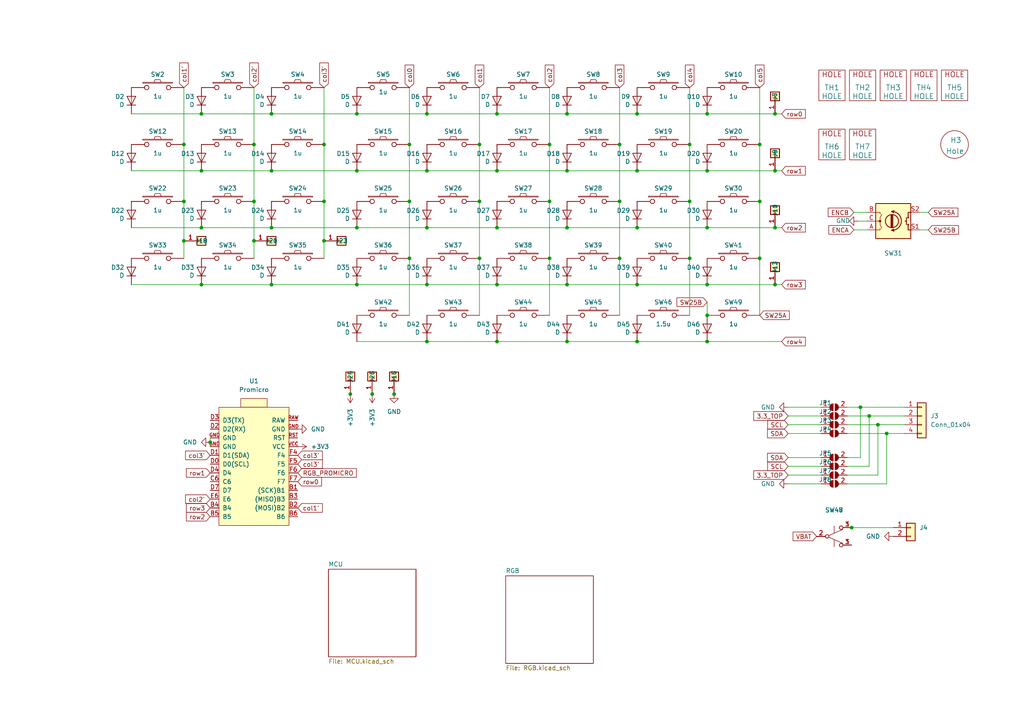
<source format=kicad_sch>
(kicad_sch (version 20220622) (generator eeschema)
  (paper "A4")
  (junction (at 184.785 66.04))
  (junction (at 257.175 125.73))
  (junction (at 107.95 114.3))
  (junction (at 179.705 74.93))
  (junction (at 220.345 41.91))
  (junction (at 249.555 118.11))
  (junction (at 252.095 120.65))
  (junction (at 224.79 49.53))
  (junction (at 164.465 82.55))
  (junction (at 123.825 99.06))
  (junction (at 144.145 82.55))
  (junction (at 93.98 69.85))
  (junction (at 184.785 49.53))
  (junction (at 103.505 82.55))
  (junction (at 58.42 82.55))
  (junction (at 118.745 41.91))
  (junction (at 205.105 33.02))
  (junction (at 205.105 91.44))
  (junction (at 78.74 82.55))
  (junction (at 164.465 49.53))
  (junction (at 224.79 33.02))
  (junction (at 53.34 69.85))
  (junction (at 103.505 33.02))
  (junction (at 159.385 41.91))
  (junction (at 118.745 74.93))
  (junction (at 184.785 33.02))
  (junction (at 60.96 128.27))
  (junction (at 200.025 74.93))
  (junction (at 78.74 66.04))
  (junction (at 164.465 66.04))
  (junction (at 73.66 58.42))
  (junction (at 205.105 82.55))
  (junction (at 103.505 49.53))
  (junction (at 224.79 66.04))
  (junction (at 139.065 41.91))
  (junction (at 93.98 41.91))
  (junction (at 118.745 58.42))
  (junction (at 114.3 114.3))
  (junction (at 200.025 58.42))
  (junction (at 179.705 58.42))
  (junction (at 58.42 33.02))
  (junction (at 254.635 123.19))
  (junction (at 144.145 66.04))
  (junction (at 58.42 49.53))
  (junction (at 200.025 41.91))
  (junction (at 73.66 41.91))
  (junction (at 179.705 41.91))
  (junction (at 58.42 66.04))
  (junction (at 139.065 74.93))
  (junction (at 53.34 41.91))
  (junction (at 224.79 82.55))
  (junction (at 123.825 66.04))
  (junction (at 101.6 114.3))
  (junction (at 123.825 49.53))
  (junction (at 73.66 69.85))
  (junction (at 78.74 33.02))
  (junction (at 220.345 58.42))
  (junction (at 123.825 33.02))
  (junction (at 164.465 33.02))
  (junction (at 139.065 58.42))
  (junction (at 159.385 74.93))
  (junction (at 93.98 58.42))
  (junction (at 78.74 49.53))
  (junction (at 103.505 66.04))
  (junction (at 144.145 49.53))
  (junction (at 247.015 153.035))
  (junction (at 220.345 74.93))
  (junction (at 205.105 99.06))
  (junction (at 123.825 82.55))
  (junction (at 144.145 99.06))
  (junction (at 184.785 82.55))
  (junction (at 205.105 49.53))
  (junction (at 205.105 66.04))
  (junction (at 144.145 33.02))
  (junction (at 159.385 58.42))
  (junction (at 164.465 99.06))
  (junction (at 53.34 58.42))
  (junction (at 184.785 99.06))
  (wire (pts (xy 224.79 33.02) (xy 226.695 33.02)))
  (wire (pts (xy 228.6 118.11) (xy 238.125 118.11)))
  (wire (pts (xy 228.6 132.715) (xy 238.125 132.715)))
  (wire (pts (xy 78.74 66.04) (xy 58.42 66.04)))
  (wire (pts (xy 228.6 135.255) (xy 238.125 135.255)))
  (wire (pts (xy 228.6 125.73) (xy 238.125 125.73)))
  (wire (pts (xy 93.98 58.42) (xy 93.98 69.85)))
  (wire (pts (xy 78.74 33.02) (xy 58.42 33.02)))
  (wire (pts (xy 226.695 99.06) (xy 205.105 99.06)))
  (wire (pts (xy 123.825 66.04) (xy 103.505 66.04)))
  (wire (pts (xy 123.825 99.06) (xy 103.505 99.06)))
  (wire (pts (xy 164.465 66.04) (xy 144.145 66.04)))
  (wire (pts (xy 247.015 153.035) (xy 259.08 153.035)))
  (wire (pts (xy 205.105 87.63) (xy 205.105 91.44)))
  (wire (pts (xy 228.6 140.335) (xy 238.125 140.335)))
  (wire (pts (xy 245.745 137.795) (xy 254.635 137.795)))
  (wire (pts (xy 205.105 99.06) (xy 184.785 99.06)))
  (wire (pts (xy 184.785 66.04) (xy 164.465 66.04)))
  (wire (pts (xy 200.025 25.4) (xy 200.025 41.91)))
  (wire (pts (xy 78.74 49.53) (xy 103.505 49.53)))
  (wire (pts (xy 93.98 25.4) (xy 93.98 41.91)))
  (wire (pts (xy 257.175 140.335) (xy 257.175 125.73)))
  (wire (pts (xy 78.74 82.55) (xy 103.505 82.55)))
  (wire (pts (xy 252.095 135.255) (xy 252.095 120.65)))
  (wire (pts (xy 159.385 58.42) (xy 159.385 74.93)))
  (wire (pts (xy 53.34 74.93) (xy 53.34 69.85)))
  (wire (pts (xy 224.79 66.04) (xy 226.695 66.04)))
  (wire (pts (xy 159.385 74.93) (xy 159.385 91.44)))
  (wire (pts (xy 123.825 33.02) (xy 144.145 33.02)))
  (wire (pts (xy 93.98 41.91) (xy 93.98 58.42)))
  (wire (pts (xy 220.345 41.91) (xy 220.345 58.42)))
  (wire (pts (xy 266.7 66.675) (xy 269.24 66.675)))
  (wire (pts (xy 144.145 99.06) (xy 123.825 99.06)))
  (wire (pts (xy 139.065 25.4) (xy 139.065 41.91)))
  (wire (pts (xy 78.74 49.53) (xy 58.42 49.53)))
  (wire (pts (xy 184.785 33.02) (xy 205.105 33.02)))
  (wire (pts (xy 184.785 33.02) (xy 164.465 33.02)))
  (wire (pts (xy 73.66 41.91) (xy 73.66 58.42)))
  (wire (pts (xy 245.745 123.19) (xy 254.635 123.19)))
  (wire (pts (xy 38.1 33.02) (xy 58.42 33.02)))
  (wire (pts (xy 118.745 58.42) (xy 118.745 41.91)))
  (wire (pts (xy 164.465 49.53) (xy 144.145 49.53)))
  (wire (pts (xy 179.705 41.91) (xy 179.705 58.42)))
  (wire (pts (xy 254.635 137.795) (xy 254.635 123.19)))
  (wire (pts (xy 257.175 125.73) (xy 262.255 125.73)))
  (wire (pts (xy 220.345 74.93) (xy 220.345 91.44)))
  (wire (pts (xy 205.105 82.55) (xy 224.79 82.55)))
  (wire (pts (xy 123.825 33.02) (xy 103.505 33.02)))
  (wire (pts (xy 139.065 74.93) (xy 139.065 58.42)))
  (wire (pts (xy 144.145 49.53) (xy 123.825 49.53)))
  (wire (pts (xy 266.7 61.595) (xy 269.24 61.595)))
  (wire (pts (xy 249.555 118.11) (xy 262.255 118.11)))
  (wire (pts (xy 245.745 118.11) (xy 249.555 118.11)))
  (wire (pts (xy 245.745 140.335) (xy 257.175 140.335)))
  (wire (pts (xy 245.745 120.65) (xy 252.095 120.65)))
  (wire (pts (xy 118.745 58.42) (xy 118.745 74.93)))
  (wire (pts (xy 184.785 66.04) (xy 205.105 66.04)))
  (wire (pts (xy 245.745 132.715) (xy 249.555 132.715)))
  (wire (pts (xy 184.785 82.55) (xy 205.105 82.55)))
  (wire (pts (xy 205.105 66.04) (xy 224.79 66.04)))
  (wire (pts (xy 224.79 49.53) (xy 226.695 49.53)))
  (wire (pts (xy 247.65 66.675) (xy 251.46 66.675)))
  (wire (pts (xy 205.105 49.53) (xy 224.79 49.53)))
  (wire (pts (xy 252.095 120.65) (xy 262.255 120.65)))
  (wire (pts (xy 179.705 25.4) (xy 179.705 41.91)))
  (wire (pts (xy 78.74 66.04) (xy 103.505 66.04)))
  (wire (pts (xy 228.6 120.65) (xy 238.125 120.65)))
  (wire (pts (xy 184.785 99.06) (xy 164.465 99.06)))
  (wire (pts (xy 93.98 69.85) (xy 93.98 74.93)))
  (wire (pts (xy 58.42 82.55) (xy 38.1 82.55)))
  (wire (pts (xy 245.745 135.255) (xy 252.095 135.255)))
  (wire (pts (xy 200.025 41.91) (xy 200.025 58.42)))
  (wire (pts (xy 205.105 33.02) (xy 224.79 33.02)))
  (wire (pts (xy 144.145 66.04) (xy 123.825 66.04)))
  (wire (pts (xy 200.025 58.42) (xy 200.025 74.93)))
  (wire (pts (xy 179.705 58.42) (xy 179.705 74.93)))
  (wire (pts (xy 224.79 82.55) (xy 226.695 82.55)))
  (wire (pts (xy 159.385 41.91) (xy 159.385 58.42)))
  (wire (pts (xy 164.465 33.02) (xy 144.145 33.02)))
  (wire (pts (xy 144.145 82.55) (xy 123.825 82.55)))
  (wire (pts (xy 254.635 123.19) (xy 262.255 123.19)))
  (wire (pts (xy 53.34 41.91) (xy 53.34 58.42)))
  (wire (pts (xy 58.42 49.53) (xy 38.1 49.53)))
  (wire (pts (xy 73.66 69.85) (xy 73.66 74.93)))
  (wire (pts (xy 139.065 41.91) (xy 139.065 58.42)))
  (wire (pts (xy 228.6 137.795) (xy 238.125 137.795)))
  (wire (pts (xy 159.385 25.4) (xy 159.385 41.91)))
  (wire (pts (xy 220.345 58.42) (xy 220.345 74.93)))
  (wire (pts (xy 228.6 123.19) (xy 238.125 123.19)))
  (wire (pts (xy 220.345 25.4) (xy 220.345 41.91)))
  (wire (pts (xy 164.465 99.06) (xy 144.145 99.06)))
  (wire (pts (xy 123.825 49.53) (xy 103.505 49.53)))
  (wire (pts (xy 60.96 128.27) (xy 60.96 129.54)))
  (wire (pts (xy 247.65 61.595) (xy 251.46 61.595)))
  (wire (pts (xy 249.555 132.715) (xy 249.555 118.11)))
  (wire (pts (xy 139.065 74.93) (xy 139.065 91.44)))
  (wire (pts (xy 164.465 82.55) (xy 144.145 82.55)))
  (wire (pts (xy 179.705 74.93) (xy 179.705 91.44)))
  (wire (pts (xy 53.34 25.4) (xy 53.34 41.91)))
  (wire (pts (xy 78.74 33.02) (xy 103.505 33.02)))
  (wire (pts (xy 73.66 25.4) (xy 73.66 41.91)))
  (wire (pts (xy 53.34 69.85) (xy 53.34 58.42)))
  (wire (pts (xy 184.785 49.53) (xy 164.465 49.53)))
  (wire (pts (xy 60.96 127) (xy 60.96 128.27)))
  (wire (pts (xy 200.025 74.93) (xy 200.025 91.44)))
  (wire (pts (xy 184.785 82.55) (xy 164.465 82.55)))
  (wire (pts (xy 118.745 74.93) (xy 118.745 91.44)))
  (wire (pts (xy 118.745 41.91) (xy 118.745 25.4)))
  (wire (pts (xy 245.745 125.73) (xy 257.175 125.73)))
  (wire (pts (xy 58.42 66.04) (xy 38.1 66.04)))
  (wire (pts (xy 251.46 64.135) (xy 248.92 64.135)))
  (wire (pts (xy 123.825 82.55) (xy 103.505 82.55)))
  (wire (pts (xy 184.785 49.53) (xy 205.105 49.53)))
  (wire (pts (xy 73.66 58.42) (xy 73.66 69.85)))
  (wire (pts (xy 78.74 82.55) (xy 58.42 82.55)))
  (global_label "ENCA" (shape input) (at 247.65 66.675 180) (property "Intersheet References" "${INTERSHEET_REFS}" (effects hide)))
  (global_label "3.3_TOP" (shape input) (at 228.6 120.65 180) (property "Intersheet References" "${INTERSHEET_REFS}" (effects hide)))
  (global_label "col2'" (shape input) (at 60.96 144.78 180) (property "Intersheet References" "${INTERSHEET_REFS}" (effects hide)))
  (global_label "RGB_PROMICRO" (shape input) (at 86.36 137.16 0) (property "Intersheet References" "${INTERSHEET_REFS}" (effects hide)))
  (global_label "SW25B" (shape input) (at 269.24 66.675 0) (property "Intersheet References" "${INTERSHEET_REFS}" (effects hide)))
  (global_label "SW25A" (shape input) (at 220.345 91.44 0) (property "Intersheet References" "${INTERSHEET_REFS}" (effects hide)))
  (global_label "row3" (shape input) (at 60.96 147.32 180) (property "Intersheet References" "${INTERSHEET_REFS}" (effects hide)))
  (global_label "SCL" (shape input) (at 228.6 123.19 180) (property "Intersheet References" "${INTERSHEET_REFS}" (effects hide)))
  (global_label "col3'" (shape input) (at 60.96 132.08 180) (property "Intersheet References" "${INTERSHEET_REFS}" (effects hide)))
  (global_label "VBAT" (shape input) (at 236.855 155.575 180) (property "Intersheet References" "${INTERSHEET_REFS}" (effects hide)))
  (global_label "col1'" (shape input) (at 86.36 147.32 0) (property "Intersheet References" "${INTERSHEET_REFS}" (effects hide)))
  (global_label "ENCB" (shape input) (at 247.65 61.595 180) (property "Intersheet References" "${INTERSHEET_REFS}" (effects hide)))
  (global_label "col2'" (shape input) (at 73.66 25.4 90) (property "Intersheet References" "${INTERSHEET_REFS}" (effects hide)))
  (global_label "col4" (shape input) (at 200.025 25.4 90) (property "Intersheet References" "${INTERSHEET_REFS}" (effects hide)))
  (global_label "SCL" (shape input) (at 228.6 135.255 180) (property "Intersheet References" "${INTERSHEET_REFS}" (effects hide)))
  (global_label "SW25A" (shape input) (at 269.24 61.595 0) (property "Intersheet References" "${INTERSHEET_REFS}" (effects hide)))
  (global_label "row2" (shape input) (at 60.96 149.86 180) (property "Intersheet References" "${INTERSHEET_REFS}" (effects hide)))
  (global_label "col2" (shape input) (at 159.385 25.4 90) (property "Intersheet References" "${INTERSHEET_REFS}" (effects hide)))
  (global_label "SDA" (shape input) (at 228.6 132.715 180) (property "Intersheet References" "${INTERSHEET_REFS}" (effects hide)))
  (global_label "3.3_TOP" (shape input) (at 228.6 137.795 180) (property "Intersheet References" "${INTERSHEET_REFS}" (effects hide)))
  (global_label "row3" (shape input) (at 226.695 82.55 0) (property "Intersheet References" "${INTERSHEET_REFS}" (effects hide)))
  (global_label "row0" (shape input) (at 226.695 33.02 0) (property "Intersheet References" "${INTERSHEET_REFS}" (effects hide)))
  (global_label "row4" (shape input) (at 226.695 99.06 0) (property "Intersheet References" "${INTERSHEET_REFS}" (effects hide)))
  (global_label "col5" (shape input) (at 220.345 25.4 90) (property "Intersheet References" "${INTERSHEET_REFS}" (effects hide)))
  (global_label "SW25B" (shape input) (at 205.105 87.63 180) (property "Intersheet References" "${INTERSHEET_REFS}" (effects hide)))
  (global_label "row2" (shape input) (at 226.695 66.04 0) (property "Intersheet References" "${INTERSHEET_REFS}" (effects hide)))
  (global_label "col0" (shape input) (at 118.745 25.4 90) (property "Intersheet References" "${INTERSHEET_REFS}" (effects hide)))
  (global_label "col3'" (shape input) (at 86.36 134.62 0) (property "Intersheet References" "${INTERSHEET_REFS}" (effects hide)))
  (global_label "col3" (shape input) (at 179.705 25.4 90) (property "Intersheet References" "${INTERSHEET_REFS}" (effects hide)))
  (global_label "col3'" (shape input) (at 93.98 25.4 90) (property "Intersheet References" "${INTERSHEET_REFS}" (effects hide)))
  (global_label "row0" (shape input) (at 86.36 139.7 0) (property "Intersheet References" "${INTERSHEET_REFS}" (effects hide)))
  (global_label "col1" (shape input) (at 139.065 25.4 90) (property "Intersheet References" "${INTERSHEET_REFS}" (effects hide)))
  (global_label "col1'" (shape input) (at 53.34 25.4 90) (property "Intersheet References" "${INTERSHEET_REFS}" (effects hide)))
  (global_label "row1" (shape input) (at 226.695 49.53 0) (property "Intersheet References" "${INTERSHEET_REFS}" (effects hide)))
  (global_label "SDA" (shape input) (at 228.6 125.73 180) (property "Intersheet References" "${INTERSHEET_REFS}" (effects hide)))
  (global_label "row1" (shape input) (at 60.96 137.16 180) (property "Intersheet References" "${INTERSHEET_REFS}" (effects hide)))
  (global_label "col3'" (shape input) (at 86.36 132.08 0) (property "Intersheet References" "${INTERSHEET_REFS}" (effects hide)))
  (symbol (lib_id "SofleKeyboard-rescue:SW_PUSH-Lily58-cache-Lily58_Pro-rescue") (at 192.405 91.44 0) (mirror y) (unit 1)
    (default_instance (reference "U") (unit 1) (value "") (footprint ""))
    (property "Reference" "SW46" (at 192.405 87.63 0))
    (property "Value" "1.5u" (at 192.405 93.98 0))
    (property "Footprint" "Library:SW-HS_flip-1u" (effects hide))
  )
  (symbol (lib_id "SofleKeyboard-rescue:SW_PUSH-Lily58-cache-Lily58_Pro-rescue") (at 212.725 25.4 0) (mirror y) (unit 1)
    (default_instance (reference "U") (unit 1) (value "") (footprint ""))
    (property "Reference" "SW10" (at 212.725 21.59 0))
    (property "Value" "1u" (at 212.725 27.94 0))
    (property "Footprint" "Library:SW-HS_flip-1u" (effects hide))
  )
  (symbol (lib_id "SofleKeyboard-rescue:D-Lily58-cache-Lily58_Pro-rescue") (at 205.105 29.21 270) (mirror x) (unit 1)
    (default_instance (reference "U") (unit 1) (value "") (footprint ""))
    (property "Reference" "D10" (at 203.0984 28.0416 90) (effects (justify right)))
    (property "Value" "D" (at 203.0984 30.353 90) (effects (justify right)))
    (property "Footprint" "Library:Diode" (effects hide))
  )
  (symbol (lib_id "SofleKeyboard-rescue:SW_PUSH-Lily58-cache-Lily58_Pro-rescue") (at 192.405 25.4 0) (mirror y) (unit 1)
    (default_instance (reference "U") (unit 1) (value "") (footprint ""))
    (property "Reference" "SW9" (at 192.405 21.59 0))
    (property "Value" "1u" (at 192.405 27.94 0))
    (property "Footprint" "Library:SW-HS_flip-1u" (effects hide))
  )
  (symbol (lib_id "SofleKeyboard-rescue:D-Lily58-cache-Lily58_Pro-rescue") (at 184.785 29.21 270) (mirror x) (unit 1)
    (default_instance (reference "U") (unit 1) (value "") (footprint ""))
    (property "Reference" "D9" (at 182.7784 28.0416 90) (effects (justify right)))
    (property "Value" "D" (at 182.7784 30.353 90) (effects (justify right)))
    (property "Footprint" "Library:Diode" (effects hide))
  )
  (symbol (lib_id "SofleKeyboard-rescue:SW_PUSH-Lily58-cache-Lily58_Pro-rescue") (at 172.085 25.4 0) (mirror y) (unit 1)
    (default_instance (reference "U") (unit 1) (value "") (footprint ""))
    (property "Reference" "SW8" (at 172.085 21.59 0))
    (property "Value" "1u" (at 172.085 27.94 0))
    (property "Footprint" "Library:SW-HS_flip-1u" (effects hide))
  )
  (symbol (lib_id "SofleKeyboard-rescue:D-Lily58-cache-Lily58_Pro-rescue") (at 164.465 29.21 270) (mirror x) (unit 1)
    (default_instance (reference "U") (unit 1) (value "") (footprint ""))
    (property "Reference" "D8" (at 162.4584 28.0416 90) (effects (justify right)))
    (property "Value" "D" (at 162.4584 30.353 90) (effects (justify right)))
    (property "Footprint" "Library:Diode" (effects hide))
  )
  (symbol (lib_id "SofleKeyboard-rescue:SW_PUSH-Lily58-cache-Lily58_Pro-rescue") (at 151.765 25.4 0) (mirror y) (unit 1)
    (default_instance (reference "U") (unit 1) (value "") (footprint ""))
    (property "Reference" "SW7" (at 151.765 21.59 0))
    (property "Value" "1u" (at 151.765 27.94 0))
    (property "Footprint" "Library:SW-HS_flip-1u" (effects hide))
  )
  (symbol (lib_id "SofleKeyboard-rescue:D-Lily58-cache-Lily58_Pro-rescue") (at 144.145 29.21 270) (mirror x) (unit 1)
    (default_instance (reference "U") (unit 1) (value "") (footprint ""))
    (property "Reference" "D7" (at 142.1384 28.0416 90) (effects (justify right)))
    (property "Value" "D" (at 142.1384 30.353 90) (effects (justify right)))
    (property "Footprint" "Library:Diode" (effects hide))
  )
  (symbol (lib_id "SofleKeyboard-rescue:SW_PUSH-Lily58-cache-Lily58_Pro-rescue") (at 131.445 25.4 0) (unit 1)
    (default_instance (reference "U") (unit 1) (value "") (footprint ""))
    (property "Reference" "SW6" (at 131.445 21.59 0))
    (property "Value" "1u" (at 131.445 27.94 0))
    (property "Footprint" "Library:SW-HS_flip-1u" (effects hide))
  )
  (symbol (lib_id "SofleKeyboard-rescue:D-Lily58-cache-Lily58_Pro-rescue") (at 123.825 29.21 270) (mirror x) (unit 1)
    (default_instance (reference "U") (unit 1) (value "") (footprint ""))
    (property "Reference" "D6" (at 121.8184 28.0416 90) (effects (justify right)))
    (property "Value" "D" (at 121.8184 30.353 90) (effects (justify right)))
    (property "Footprint" "Library:Diode" (effects hide))
  )
  (symbol (lib_id "SofleKeyboard-rescue:SW_PUSH-Lily58-cache-Lily58_Pro-rescue") (at 111.125 25.4 0) (mirror y) (unit 1)
    (default_instance (reference "U") (unit 1) (value "") (footprint ""))
    (property "Reference" "SW5" (at 111.125 21.59 0))
    (property "Value" "1u" (at 111.125 26.67 0))
    (property "Footprint" "Library:SW-HS_flip-1u" (effects hide))
  )
  (symbol (lib_id "SofleKeyboard-rescue:D-Lily58-cache-Lily58_Pro-rescue") (at 103.505 29.21 270) (mirror x) (unit 1)
    (default_instance (reference "U") (unit 1) (value "") (footprint ""))
    (property "Reference" "D5" (at 101.4984 28.0416 90) (effects (justify right)))
    (property "Value" "D" (at 101.4984 30.353 90) (effects (justify right)))
    (property "Footprint" "Library:Diode" (effects hide))
  )
  (symbol (lib_id "SofleKeyboard-rescue:SW_PUSH-Lily58-cache-Lily58_Pro-rescue") (at 192.405 41.91 0) (mirror y) (unit 1)
    (default_instance (reference "U") (unit 1) (value "") (footprint ""))
    (property "Reference" "SW19" (at 192.405 38.1 0))
    (property "Value" "1u" (at 192.405 44.45 0))
    (property "Footprint" "Library:SW-HS_flip-1u" (effects hide))
  )
  (symbol (lib_id "SofleKeyboard-rescue:SW_PUSH-Lily58-cache-Lily58_Pro-rescue") (at 172.085 41.91 0) (mirror y) (unit 1)
    (default_instance (reference "U") (unit 1) (value "") (footprint ""))
    (property "Reference" "SW18" (at 172.085 38.1 0))
    (property "Value" "1u" (at 172.085 44.45 0))
    (property "Footprint" "Library:SW-HS_flip-1u" (effects hide))
  )
  (symbol (lib_id "SofleKeyboard-rescue:SW_PUSH-Lily58-cache-Lily58_Pro-rescue") (at 151.765 41.91 0) (mirror y) (unit 1)
    (default_instance (reference "U") (unit 1) (value "") (footprint ""))
    (property "Reference" "SW17" (at 151.765 38.1 0))
    (property "Value" "1u" (at 151.765 44.45 0))
    (property "Footprint" "Library:SW-HS_flip-1u" (effects hide))
  )
  (symbol (lib_id "SofleKeyboard-rescue:SW_PUSH-Lily58-cache-Lily58_Pro-rescue") (at 131.445 41.91 0) (unit 1)
    (default_instance (reference "U") (unit 1) (value "") (footprint ""))
    (property "Reference" "SW16" (at 131.445 38.1 0))
    (property "Value" "1u" (at 131.445 44.45 0))
    (property "Footprint" "Library:SW-HS_flip-1u" (effects hide))
  )
  (symbol (lib_id "SofleKeyboard-rescue:SW_PUSH-Lily58-cache-Lily58_Pro-rescue") (at 111.125 41.91 0) (mirror y) (unit 1)
    (default_instance (reference "U") (unit 1) (value "") (footprint ""))
    (property "Reference" "SW15" (at 111.125 38.1 0))
    (property "Value" "1u" (at 111.125 44.45 0))
    (property "Footprint" "Library:SW-HS_flip-1u" (effects hide))
  )
  (symbol (lib_id "SofleKeyboard-rescue:SW_PUSH-Lily58-cache-Lily58_Pro-rescue") (at 212.725 41.91 0) (mirror y) (unit 1)
    (default_instance (reference "U") (unit 1) (value "") (footprint ""))
    (property "Reference" "SW20" (at 212.725 38.1 0))
    (property "Value" "1u" (at 212.725 44.45 0))
    (property "Footprint" "Library:SW-HS_flip-1u" (effects hide))
  )
  (symbol (lib_id "SofleKeyboard-rescue:D-Lily58-cache-Lily58_Pro-rescue") (at 205.105 45.72 270) (mirror x) (unit 1)
    (default_instance (reference "U") (unit 1) (value "") (footprint ""))
    (property "Reference" "D20" (at 203.0984 44.5516 90) (effects (justify right)))
    (property "Value" "D" (at 203.0984 46.863 90) (effects (justify right)))
    (property "Footprint" "Library:Diode" (effects hide))
  )
  (symbol (lib_id "SofleKeyboard-rescue:D-Lily58-cache-Lily58_Pro-rescue") (at 184.785 45.72 270) (mirror x) (unit 1)
    (default_instance (reference "U") (unit 1) (value "") (footprint ""))
    (property "Reference" "D19" (at 182.7784 44.5516 90) (effects (justify right)))
    (property "Value" "D" (at 182.7784 46.863 90) (effects (justify right)))
    (property "Footprint" "Library:Diode" (effects hide))
  )
  (symbol (lib_id "SofleKeyboard-rescue:D-Lily58-cache-Lily58_Pro-rescue") (at 164.465 45.72 270) (mirror x) (unit 1)
    (default_instance (reference "U") (unit 1) (value "") (footprint ""))
    (property "Reference" "D18" (at 162.4584 44.5516 90) (effects (justify right)))
    (property "Value" "D" (at 162.4584 46.863 90) (effects (justify right)))
    (property "Footprint" "Library:Diode" (effects hide))
  )
  (symbol (lib_id "SofleKeyboard-rescue:D-Lily58-cache-Lily58_Pro-rescue") (at 144.145 45.72 270) (mirror x) (unit 1)
    (default_instance (reference "U") (unit 1) (value "") (footprint ""))
    (property "Reference" "D17" (at 142.1384 44.5516 90) (effects (justify right)))
    (property "Value" "D" (at 142.1384 46.863 90) (effects (justify right)))
    (property "Footprint" "Library:Diode" (effects hide))
  )
  (symbol (lib_id "SofleKeyboard-rescue:D-Lily58-cache-Lily58_Pro-rescue") (at 123.825 45.72 270) (mirror x) (unit 1)
    (default_instance (reference "U") (unit 1) (value "") (footprint ""))
    (property "Reference" "D16" (at 121.8184 44.5516 90) (effects (justify right)))
    (property "Value" "D" (at 121.8184 46.863 90) (effects (justify right)))
    (property "Footprint" "Library:Diode" (effects hide))
  )
  (symbol (lib_id "SofleKeyboard-rescue:D-Lily58-cache-Lily58_Pro-rescue") (at 103.505 45.72 270) (mirror x) (unit 1)
    (default_instance (reference "U") (unit 1) (value "") (footprint ""))
    (property "Reference" "D15" (at 101.4984 44.5516 90) (effects (justify right)))
    (property "Value" "D" (at 101.4984 46.863 90) (effects (justify right)))
    (property "Footprint" "Library:Diode" (effects hide))
  )
  (symbol (lib_id "SofleKeyboard-rescue:SW_PUSH-Lily58-cache-Lily58_Pro-rescue") (at 212.725 58.42 0) (mirror y) (unit 1)
    (default_instance (reference "U") (unit 1) (value "") (footprint ""))
    (property "Reference" "SW30" (at 212.725 54.61 0))
    (property "Value" "1u" (at 212.725 60.96 0))
    (property "Footprint" "Library:SW-HS_flip-1u" (effects hide))
  )
  (symbol (lib_id "SofleKeyboard-rescue:SW_PUSH-Lily58-cache-Lily58_Pro-rescue") (at 192.405 58.42 0) (mirror y) (unit 1)
    (default_instance (reference "U") (unit 1) (value "") (footprint ""))
    (property "Reference" "SW29" (at 192.405 54.61 0))
    (property "Value" "1u" (at 192.405 60.96 0))
    (property "Footprint" "Library:SW-HS_flip-1u" (effects hide))
  )
  (symbol (lib_id "SofleKeyboard-rescue:SW_PUSH-Lily58-cache-Lily58_Pro-rescue") (at 172.085 58.42 0) (mirror y) (unit 1)
    (default_instance (reference "U") (unit 1) (value "") (footprint ""))
    (property "Reference" "SW28" (at 172.085 54.61 0))
    (property "Value" "1u" (at 172.085 60.96 0))
    (property "Footprint" "Library:SW-HS_flip-1u" (effects hide))
  )
  (symbol (lib_id "SofleKeyboard-rescue:SW_PUSH-Lily58-cache-Lily58_Pro-rescue") (at 151.765 58.42 0) (mirror y) (unit 1)
    (default_instance (reference "U") (unit 1) (value "") (footprint ""))
    (property "Reference" "SW27" (at 151.765 54.61 0))
    (property "Value" "1u" (at 151.765 60.96 0))
    (property "Footprint" "Library:SW-HS_flip-1u" (effects hide))
  )
  (symbol (lib_id "SofleKeyboard-rescue:SW_PUSH-Lily58-cache-Lily58_Pro-rescue") (at 131.445 58.42 0) (unit 1)
    (default_instance (reference "U") (unit 1) (value "") (footprint ""))
    (property "Reference" "SW26" (at 131.445 54.61 0))
    (property "Value" "1u" (at 131.445 60.96 0))
    (property "Footprint" "Library:SW-HS_flip-1u" (effects hide))
  )
  (symbol (lib_id "SofleKeyboard-rescue:SW_PUSH-Lily58-cache-Lily58_Pro-rescue") (at 111.125 58.42 0) (mirror y) (unit 1)
    (default_instance (reference "U") (unit 1) (value "") (footprint ""))
    (property "Reference" "SW25" (at 111.125 54.61 0))
    (property "Value" "1u" (at 111.125 60.96 0))
    (property "Footprint" "Library:SW-HS_flip-1u" (effects hide))
  )
  (symbol (lib_id "SofleKeyboard-rescue:D-Lily58-cache-Lily58_Pro-rescue") (at 205.105 62.23 270) (mirror x) (unit 1)
    (default_instance (reference "U") (unit 1) (value "") (footprint ""))
    (property "Reference" "D30" (at 203.0984 61.0616 90) (effects (justify right)))
    (property "Value" "D" (at 203.0984 63.373 90) (effects (justify right)))
    (property "Footprint" "Library:Diode" (effects hide))
  )
  (symbol (lib_id "SofleKeyboard-rescue:D-Lily58-cache-Lily58_Pro-rescue") (at 184.785 62.23 270) (mirror x) (unit 1)
    (default_instance (reference "U") (unit 1) (value "") (footprint ""))
    (property "Reference" "D29" (at 182.7784 61.0616 90) (effects (justify right)))
    (property "Value" "D" (at 182.7784 63.373 90) (effects (justify right)))
    (property "Footprint" "Library:Diode" (effects hide))
  )
  (symbol (lib_id "SofleKeyboard-rescue:D-Lily58-cache-Lily58_Pro-rescue") (at 164.465 62.23 270) (mirror x) (unit 1)
    (default_instance (reference "U") (unit 1) (value "") (footprint ""))
    (property "Reference" "D28" (at 162.4584 61.0616 90) (effects (justify right)))
    (property "Value" "D" (at 162.4584 63.373 90) (effects (justify right)))
    (property "Footprint" "Library:Diode" (effects hide))
  )
  (symbol (lib_id "SofleKeyboard-rescue:D-Lily58-cache-Lily58_Pro-rescue") (at 144.145 62.23 270) (mirror x) (unit 1)
    (default_instance (reference "U") (unit 1) (value "") (footprint ""))
    (property "Reference" "D27" (at 142.1384 61.0616 90) (effects (justify right)))
    (property "Value" "D" (at 142.1384 63.373 90) (effects (justify right)))
    (property "Footprint" "Library:Diode" (effects hide))
  )
  (symbol (lib_id "SofleKeyboard-rescue:D-Lily58-cache-Lily58_Pro-rescue") (at 123.825 62.23 270) (mirror x) (unit 1)
    (default_instance (reference "U") (unit 1) (value "") (footprint ""))
    (property "Reference" "D26" (at 121.8184 61.0616 90) (effects (justify right)))
    (property "Value" "D" (at 121.8184 63.373 90) (effects (justify right)))
    (property "Footprint" "Library:Diode" (effects hide))
  )
  (symbol (lib_id "SofleKeyboard-rescue:D-Lily58-cache-Lily58_Pro-rescue") (at 103.505 62.23 270) (mirror x) (unit 1)
    (default_instance (reference "U") (unit 1) (value "") (footprint ""))
    (property "Reference" "D25" (at 101.4984 61.0616 90) (effects (justify right)))
    (property "Value" "D" (at 101.4984 63.373 90) (effects (justify right)))
    (property "Footprint" "Library:Diode" (effects hide))
  )
  (symbol (lib_id "SofleKeyboard-rescue:SW_PUSH-Lily58-cache-Lily58_Pro-rescue") (at 172.085 74.93 0) (mirror y) (unit 1)
    (default_instance (reference "U") (unit 1) (value "") (footprint ""))
    (property "Reference" "SW39" (at 172.085 71.12 0))
    (property "Value" "1u" (at 172.085 77.47 0))
    (property "Footprint" "Library:SW-HS_flip-1u" (effects hide))
  )
  (symbol (lib_id "SofleKeyboard-rescue:SW_PUSH-Lily58-cache-Lily58_Pro-rescue") (at 151.765 74.93 0) (mirror y) (unit 1)
    (default_instance (reference "U") (unit 1) (value "") (footprint ""))
    (property "Reference" "SW38" (at 151.765 71.12 0))
    (property "Value" "1u" (at 151.765 77.47 0))
    (property "Footprint" "Library:SW-HS_flip-1u" (effects hide))
  )
  (symbol (lib_id "SofleKeyboard-rescue:SW_PUSH-Lily58-cache-Lily58_Pro-rescue") (at 131.445 74.93 0) (unit 1)
    (default_instance (reference "U") (unit 1) (value "") (footprint ""))
    (property "Reference" "SW37" (at 131.445 71.12 0))
    (property "Value" "1u" (at 131.445 77.47 0))
    (property "Footprint" "Library:SW-HS_flip-1u" (effects hide))
  )
  (symbol (lib_id "SofleKeyboard-rescue:SW_PUSH-Lily58-cache-Lily58_Pro-rescue") (at 111.125 74.93 0) (mirror y) (unit 1)
    (default_instance (reference "U") (unit 1) (value "") (footprint ""))
    (property "Reference" "SW36" (at 111.125 71.12 0))
    (property "Value" "1u" (at 111.125 77.47 0))
    (property "Footprint" "Library:SW-HS_flip-1u" (effects hide))
  )
  (symbol (lib_id "SofleKeyboard-rescue:SW_PUSH-Lily58-cache-Lily58_Pro-rescue") (at 192.405 74.93 0) (mirror y) (unit 1)
    (default_instance (reference "U") (unit 1) (value "") (footprint ""))
    (property "Reference" "SW40" (at 192.405 71.12 0))
    (property "Value" "1u" (at 192.405 77.47 0))
    (property "Footprint" "Library:SW-HS_flip-1u" (effects hide))
  )
  (symbol (lib_id "SofleKeyboard-rescue:SW_PUSH-Lily58-cache-Lily58_Pro-rescue") (at 212.725 74.93 0) (mirror y) (unit 1)
    (default_instance (reference "U") (unit 1) (value "") (footprint ""))
    (property "Reference" "SW41" (at 212.725 71.12 0))
    (property "Value" "1u" (at 212.725 77.47 0))
    (property "Footprint" "Library:SW-HS_flip-1u" (effects hide))
  )
  (symbol (lib_id "SofleKeyboard-rescue:D-Lily58-cache-Lily58_Pro-rescue") (at 205.105 78.74 270) (mirror x) (unit 1)
    (default_instance (reference "U") (unit 1) (value "") (footprint ""))
    (property "Reference" "D40" (at 203.0984 77.5716 90) (effects (justify right)))
    (property "Value" "D" (at 203.0984 79.883 90) (effects (justify right)))
    (property "Footprint" "Library:Diode" (effects hide))
  )
  (symbol (lib_id "SofleKeyboard-rescue:D-Lily58-cache-Lily58_Pro-rescue") (at 184.785 78.74 270) (mirror x) (unit 1)
    (default_instance (reference "U") (unit 1) (value "") (footprint ""))
    (property "Reference" "D39" (at 182.7784 77.5716 90) (effects (justify right)))
    (property "Value" "D" (at 182.7784 79.883 90) (effects (justify right)))
    (property "Footprint" "Library:Diode" (effects hide))
  )
  (symbol (lib_id "SofleKeyboard-rescue:D-Lily58-cache-Lily58_Pro-rescue") (at 164.465 78.74 270) (mirror x) (unit 1)
    (default_instance (reference "U") (unit 1) (value "") (footprint ""))
    (property "Reference" "D38" (at 162.4584 77.5716 90) (effects (justify right)))
    (property "Value" "D" (at 162.4584 79.883 90) (effects (justify right)))
    (property "Footprint" "Library:Diode" (effects hide))
  )
  (symbol (lib_id "SofleKeyboard-rescue:D-Lily58-cache-Lily58_Pro-rescue") (at 144.145 78.74 270) (mirror x) (unit 1)
    (default_instance (reference "U") (unit 1) (value "") (footprint ""))
    (property "Reference" "D37" (at 142.1384 77.5716 90) (effects (justify right)))
    (property "Value" "D" (at 142.1384 79.883 90) (effects (justify right)))
    (property "Footprint" "Library:Diode" (effects hide))
  )
  (symbol (lib_id "SofleKeyboard-rescue:D-Lily58-cache-Lily58_Pro-rescue") (at 123.825 78.74 270) (mirror x) (unit 1)
    (default_instance (reference "U") (unit 1) (value "") (footprint ""))
    (property "Reference" "D36" (at 121.8184 77.5716 90) (effects (justify right)))
    (property "Value" "D" (at 121.8184 79.883 90) (effects (justify right)))
    (property "Footprint" "Library:Diode" (effects hide))
  )
  (symbol (lib_id "SofleKeyboard-rescue:D-Lily58-cache-Lily58_Pro-rescue") (at 103.505 78.74 270) (mirror x) (unit 1)
    (default_instance (reference "U") (unit 1) (value "") (footprint ""))
    (property "Reference" "D35" (at 101.4984 77.5716 90) (effects (justify right)))
    (property "Value" "D" (at 101.4984 79.883 90) (effects (justify right)))
    (property "Footprint" "Library:Diode" (effects hide))
  )
  (symbol (lib_id "SofleKeyboard-rescue:SW_PUSH-Lily58-cache-Lily58_Pro-rescue") (at 172.085 91.44 0) (mirror y) (unit 1)
    (default_instance (reference "U") (unit 1) (value "") (footprint ""))
    (property "Reference" "SW45" (at 172.085 87.63 0))
    (property "Value" "1u" (at 172.085 93.98 0))
    (property "Footprint" "Library:SW-HS_flip-1u" (effects hide))
  )
  (symbol (lib_id "SofleKeyboard-rescue:SW_PUSH-Lily58-cache-Lily58_Pro-rescue") (at 151.765 91.44 0) (mirror y) (unit 1)
    (default_instance (reference "U") (unit 1) (value "") (footprint ""))
    (property "Reference" "SW44" (at 151.765 87.63 0))
    (property "Value" "1u" (at 151.765 93.98 0))
    (property "Footprint" "Library:SW-HS_flip-1u" (effects hide))
  )
  (symbol (lib_id "SofleKeyboard-rescue:SW_PUSH-Lily58-cache-Lily58_Pro-rescue") (at 131.445 91.44 0) (mirror y) (unit 1)
    (default_instance (reference "U") (unit 1) (value "") (footprint ""))
    (property "Reference" "SW43" (at 131.445 87.63 0))
    (property "Value" "1u" (at 131.445 93.98 0))
    (property "Footprint" "Library:SW-HS_flip-1u" (effects hide))
  )
  (symbol (lib_id "SofleKeyboard-rescue:D-Lily58-cache-Lily58_Pro-rescue") (at 205.105 95.25 270) (mirror x) (unit 1)
    (default_instance (reference "U") (unit 1) (value "") (footprint ""))
    (property "Reference" "D46" (at 203.0984 94.0816 90) (effects (justify right)))
    (property "Value" "D" (at 203.0984 96.393 90) (effects (justify right)))
    (property "Footprint" "Library:Diode" (effects hide))
  )
  (symbol (lib_id "SofleKeyboard-rescue:D-Lily58-cache-Lily58_Pro-rescue") (at 184.785 95.25 270) (mirror x) (unit 1)
    (default_instance (reference "U") (unit 1) (value "") (footprint ""))
    (property "Reference" "D45" (at 182.7784 94.0816 90) (effects (justify right)))
    (property "Value" "D" (at 182.7784 96.393 90) (effects (justify right)))
    (property "Footprint" "Library:Diode" (effects hide))
  )
  (symbol (lib_id "SofleKeyboard-rescue:D-Lily58-cache-Lily58_Pro-rescue") (at 164.465 95.25 270) (mirror x) (unit 1)
    (default_instance (reference "U") (unit 1) (value "") (footprint ""))
    (property "Reference" "D44" (at 162.4584 94.0816 90) (effects (justify right)))
    (property "Value" "D" (at 162.4584 96.393 90) (effects (justify right)))
    (property "Footprint" "Library:Diode" (effects hide))
  )
  (symbol (lib_id "SofleKeyboard-rescue:D-Lily58-cache-Lily58_Pro-rescue") (at 144.145 95.25 270) (mirror x) (unit 1)
    (default_instance (reference "U") (unit 1) (value "") (footprint ""))
    (property "Reference" "D43" (at 142.1384 94.0816 90) (effects (justify right)))
    (property "Value" "D" (at 142.1384 96.393 90) (effects (justify right)))
    (property "Footprint" "Library:Diode" (effects hide))
  )
  (symbol (lib_id "SofleKeyboard-rescue:D-Lily58-cache-Lily58_Pro-rescue") (at 123.825 95.25 270) (mirror x) (unit 1)
    (default_instance (reference "U") (unit 1) (value "") (footprint ""))
    (property "Reference" "D42" (at 121.8184 94.0816 90) (effects (justify right)))
    (property "Value" "D" (at 121.8184 96.393 90) (effects (justify right)))
    (property "Footprint" "Library:Diode" (effects hide))
  )
  (symbol (lib_id "SofleKeyboard-rescue:HOLE-Lily58-cache-Lily58_Pro-rescue") (at 241.3 42.545 0) (unit 1)
    (default_instance (reference "U") (unit 1) (value "") (footprint ""))
    (property "Reference" "TH6" (at 241.3 42.545 0) (effects (font (size 1.524 1.524))))
    (property "Value" "HOLE" (at 241.3 45.085 0) (effects (font (size 1.524 1.524))))
    (property "Footprint" "Library:M2_HOLE_PCB" (effects hide))
  )
  (symbol (lib_id "SofleKeyboard-rescue:HOLE-Lily58-cache-Lily58_Pro-rescue") (at 250.19 42.545 0) (unit 1)
    (default_instance (reference "U") (unit 1) (value "") (footprint ""))
    (property "Reference" "TH7" (at 250.19 42.545 0) (effects (font (size 1.524 1.524))))
    (property "Value" "HOLE" (at 250.19 45.085 0) (effects (font (size 1.524 1.524))))
    (property "Footprint" "Library:M2_HOLE_PCB" (effects hide))
  )
  (symbol (lib_id "SofleKeyboard-rescue:HOLE-Lily58-cache-Lily58_Pro-rescue") (at 250.19 25.4 0) (unit 1)
    (default_instance (reference "U") (unit 1) (value "") (footprint ""))
    (property "Reference" "TH2" (at 250.19 25.4 0) (effects (font (size 1.524 1.524))))
    (property "Value" "HOLE" (at 250.19 27.94 0) (effects (font (size 1.524 1.524))))
    (property "Footprint" "Library:HOLE_M2_TH" (effects hide))
  )
  (symbol (lib_id "SofleKeyboard-rescue:HOLE-Lily58-cache-Lily58_Pro-rescue") (at 259.08 25.4 0) (unit 1)
    (default_instance (reference "U") (unit 1) (value "") (footprint ""))
    (property "Reference" "TH3" (at 259.08 25.4 0) (effects (font (size 1.524 1.524))))
    (property "Value" "HOLE" (at 259.08 27.94 0) (effects (font (size 1.524 1.524))))
    (property "Footprint" "Library:HOLE_M2_TH" (effects hide))
  )
  (symbol (lib_id "SofleKeyboard-rescue:HOLE-Lily58-cache-Lily58_Pro-rescue") (at 267.97 25.4 0) (unit 1)
    (default_instance (reference "U") (unit 1) (value "") (footprint ""))
    (property "Reference" "TH4" (at 267.97 25.4 0) (effects (font (size 1.524 1.524))))
    (property "Value" "HOLE" (at 267.97 27.94 0) (effects (font (size 1.524 1.524))))
    (property "Footprint" "Library:HOLE_M2_TH" (effects hide))
  )
  (symbol (lib_id "SofleKeyboard-rescue:HOLE-Lily58-cache-Lily58_Pro-rescue") (at 276.86 25.4 0) (unit 1)
    (default_instance (reference "U") (unit 1) (value "") (footprint ""))
    (property "Reference" "TH5" (at 276.86 25.4 0) (effects (font (size 1.524 1.524))))
    (property "Value" "HOLE" (at 276.86 27.94 0) (effects (font (size 1.524 1.524))))
    (property "Footprint" "Library:HOLE_M2_TH" (effects hide))
  )
  (symbol (lib_id "SofleKeyboard-rescue:HOLE-Lily58-cache-Lily58_Pro-rescue") (at 241.3 25.4 0) (unit 1)
    (default_instance (reference "U") (unit 1) (value "") (footprint ""))
    (property "Reference" "TH1" (at 241.3 25.4 0) (effects (font (size 1.524 1.524))))
    (property "Value" "HOLE" (at 241.3 27.94 0) (effects (font (size 1.524 1.524))))
    (property "Footprint" "Library:HOLE_M2_TH" (effects hide))
  )
  (symbol (lib_id "SofleKeyboard-rescue:SW_PUSH-Lily58-cache-Lily58_Pro-rescue") (at 111.125 91.44 0) (mirror y) (unit 1)
    (default_instance (reference "U") (unit 1) (value "") (footprint ""))
    (property "Reference" "SW42" (at 111.125 87.63 0))
    (property "Value" "1u" (at 111.125 93.98 0))
    (property "Footprint" "Library:SW-HS_flip-1u" (effects hide))
  )
  (symbol (lib_id "SofleKeyboard-rescue:D-Lily58-cache-Lily58_Pro-rescue") (at 103.505 95.25 270) (mirror x) (unit 1)
    (default_instance (reference "U") (unit 1) (value "") (footprint ""))
    (property "Reference" "D41" (at 101.4984 94.0816 90) (effects (justify right)))
    (property "Value" "D" (at 101.4984 96.393 90) (effects (justify right)))
    (property "Footprint" "Library:Diode" (effects hide))
  )
  (symbol (lib_id "Device:Rotary_Encoder_Switch") (at 259.08 64.135 0) (mirror x) (unit 1)
    (default_instance (reference "U") (unit 1) (value "") (footprint ""))
    (property "Reference" "SW31" (at 259.08 73.4568 0))
    (property "Value" " " (at 259.08 71.1454 0))
    (property "Footprint" "kien242:Econder" (effects hide))
  )
  (symbol (lib_id "power:GND") (at 248.92 64.135 270) (mirror x) (unit 1)
    (default_instance (reference "U") (unit 1) (value "") (footprint ""))
    (property "Reference" "#PWR01" (effects hide))
    (property "Value" "GND" (at 244.5258 64.008 90))
  )
  (symbol (lib_id "power:GND") (at 228.6 140.335 270) (mirror x) (unit 1)
    (default_instance (reference "U") (unit 1) (value "") (footprint ""))
    (property "Reference" "#PWR011" (effects hide))
    (property "Value" "GND" (at 224.79 140.3351 90) (effects (justify right)))
  )
  (symbol (lib_id "Connector_Generic:Conn_01x01") (at 224.79 60.96 90) (unit 1)
    (default_instance (reference "U") (unit 1) (value "") (footprint ""))
    (property "Reference" "J10" (at 224.79 60.96 0))
    (property "Value" " " (at 228.6 60.96 0))
    (property "Footprint" "Library:Conn_01x01" (effects hide))
  )
  (symbol (lib_id "SofleKeyboard-rescue:SW_PUSH-Lily58-cache-Lily58_Pro-rescue") (at 86.36 41.91 0) (mirror y) (unit 1)
    (default_instance (reference "U") (unit 1) (value "") (footprint ""))
    (property "Reference" "SW14" (at 86.36 38.1 0))
    (property "Value" "1u" (at 86.36 44.45 0))
    (property "Footprint" "Library:SW-HS-Flip-1u" (effects hide))
  )
  (symbol (lib_id "power:+3.3V") (at 86.36 129.54 270) (unit 1)
    (default_instance (reference "U") (unit 1) (value "") (footprint ""))
    (property "Reference" "#PWR0101" (effects hide))
    (property "Value" "+3.3V" (at 90.17 129.5399 90) (effects (justify left)))
  )
  (symbol (lib_id "Jumper:SolderJumper_2_Open") (at 241.935 140.335 0) (unit 1)
    (default_instance (reference "U") (unit 1) (value "") (footprint ""))
    (property "Reference" "JP8" (at 239.395 139.065 0))
    (property "Value" " " (at 241.935 136.525 0))
    (property "Footprint" "Jumper:SolderJumper-2_P1.3mm_Open_Pad1.0x1.5mm" (effects hide))
  )
  (symbol (lib_id "Connector_Generic:Conn_01x01") (at 78.74 69.85 0) (unit 1)
    (default_instance (reference "U") (unit 1) (value "") (footprint ""))
    (property "Reference" "J20" (at 78.74 69.85 0))
    (property "Value" " " (at 78.74 73.66 0))
    (property "Footprint" "Library:Conn_01x01" (effects hide))
  )
  (symbol (lib_id "power:GND") (at 114.3 114.3 0) (unit 1)
    (default_instance (reference "U") (unit 1) (value "") (footprint ""))
    (property "Reference" "#PWR0109" (effects hide))
    (property "Value" "GND" (at 114.3 119.38 0))
  )
  (symbol (lib_id "Jumper:SolderJumper_2_Open") (at 241.935 120.65 0) (unit 1)
    (default_instance (reference "U") (unit 1) (value "") (footprint ""))
    (property "Reference" "JP2" (at 239.395 119.38 0))
    (property "Value" " " (at 241.935 116.84 0))
    (property "Footprint" "Jumper:SolderJumper-2_P1.3mm_Open_RoundedPad1.0x1.5mm" (effects hide))
  )
  (symbol (lib_id "Jumper:SolderJumper_2_Open") (at 241.935 118.11 0) (unit 1)
    (default_instance (reference "U") (unit 1) (value "") (footprint ""))
    (property "Reference" "JP1" (at 239.395 116.84 0))
    (property "Value" " " (at 241.935 114.3 0))
    (property "Footprint" "Jumper:SolderJumper-2_P1.3mm_Open_RoundedPad1.0x1.5mm" (effects hide))
  )
  (symbol (lib_id "SofleKeyboard-rescue:SW_PUSH-Lily58-cache-Lily58_Pro-rescue") (at 86.36 58.42 0) (mirror y) (unit 1)
    (default_instance (reference "U") (unit 1) (value "") (footprint ""))
    (property "Reference" "SW24" (at 86.36 54.61 0))
    (property "Value" "1u" (at 86.36 60.96 0))
    (property "Footprint" "Library:SW-HS_flip-1u" (effects hide))
  )
  (symbol (lib_id "power:GND") (at 86.36 124.46 90) (unit 1)
    (default_instance (reference "U") (unit 1) (value "") (footprint ""))
    (property "Reference" "#PWR07" (effects hide))
    (property "Value" "GND" (at 90.17 124.4599 90) (effects (justify right)))
  )
  (symbol (lib_id "Jumper:SolderJumper_2_Open") (at 241.935 125.73 0) (unit 1)
    (default_instance (reference "U") (unit 1) (value "") (footprint ""))
    (property "Reference" "JP4" (at 239.395 124.46 0))
    (property "Value" " " (at 241.935 121.92 0))
    (property "Footprint" "Jumper:SolderJumper-2_P1.3mm_Open_RoundedPad1.0x1.5mm" (effects hide))
  )
  (symbol (lib_id "Connector_Generic:Conn_01x01") (at 99.06 69.85 0) (unit 1)
    (default_instance (reference "U") (unit 1) (value "") (footprint ""))
    (property "Reference" "J22" (at 99.06 69.85 0))
    (property "Value" " " (at 99.06 73.66 0))
    (property "Footprint" "Library:Conn_01x01" (effects hide))
  )
  (symbol (lib_id "power:GND") (at 259.08 155.575 270) (unit 1)
    (default_instance (reference "U") (unit 1) (value "") (footprint ""))
    (property "Reference" "#PWR013" (effects hide))
    (property "Value" "GND" (at 255.27 155.5749 90) (effects (justify right)))
  )
  (symbol (lib_id "SofleKeyboard-rescue:SW_PUSH-Lily58-cache-Lily58_Pro-rescue") (at 66.04 25.4 0) (mirror y) (unit 1)
    (default_instance (reference "U") (unit 1) (value "") (footprint ""))
    (property "Reference" "SW3" (at 66.04 21.59 0))
    (property "Value" "1u" (at 66.04 27.94 0))
    (property "Footprint" "Library:SW-HS_flip-1u" (effects hide))
  )
  (symbol (lib_id "keebio:Hole") (at 276.86 41.91 0) (unit 1)
    (default_instance (reference "U") (unit 1) (value "") (footprint ""))
    (property "Reference" "H3" (at 275.59 40.64 0) (effects (font (size 1.524 1.524)) (justify left)))
    (property "Value" "Hole" (at 274.32 43.815 0) (effects (font (size 1.524 1.524)) (justify left)))
    (property "Footprint" "Library:Cut_hole" (effects hide))
  )
  (symbol (lib_id "Connector_Generic:Conn_01x01") (at 78.74 69.85 0) (unit 1)
    (default_instance (reference "U") (unit 1) (value "") (footprint ""))
    (property "Reference" "J21" (at 78.74 69.85 0))
    (property "Value" " " (at 78.74 73.66 0))
    (property "Footprint" "Library:Conn_01x01" (effects hide))
  )
  (symbol (lib_id "SofleKeyboard-rescue:SW_PUSH-Lily58-cache-Lily58_Pro-rescue") (at 86.36 25.4 0) (mirror y) (unit 1)
    (default_instance (reference "U") (unit 1) (value "") (footprint ""))
    (property "Reference" "SW4" (at 86.36 21.59 0))
    (property "Value" "1u" (at 86.36 27.94 0))
    (property "Footprint" "Library:SW-HS_flip-1u" (effects hide))
  )
  (symbol (lib_id "SofleKeyboard-rescue:SW_PUSH-Lily58-cache-Lily58_Pro-rescue") (at 212.725 91.44 0) (unit 1)
    (default_instance (reference "U") (unit 1) (value "") (footprint ""))
    (property "Reference" "SW49" (at 212.725 87.63 0))
    (property "Value" "1u" (at 212.725 93.98 0))
    (property "Footprint" "Library:SW-HS_flip-1u" (effects hide))
  )
  (symbol (lib_id "Connector_Generic:Conn_01x01") (at 224.79 77.47 90) (unit 1)
    (default_instance (reference "U") (unit 1) (value "") (footprint ""))
    (property "Reference" "J12" (at 224.79 77.47 0))
    (property "Value" " " (at 228.6 77.47 0))
    (property "Footprint" "Library:Conn_01x01" (effects hide))
  )
  (symbol (lib_id "Connector_Generic:Conn_01x01") (at 114.3 109.22 90) (unit 1)
    (default_instance (reference "U") (unit 1) (value "") (footprint ""))
    (property "Reference" "J16" (at 114.3 109.22 0))
    (property "Value" " " (at 118.11 109.22 0))
    (property "Footprint" "Library:Conn_01x01" (effects hide))
  )
  (symbol (lib_id "Connector_Generic:Conn_01x01") (at 224.79 60.96 90) (unit 1)
    (default_instance (reference "U") (unit 1) (value "") (footprint ""))
    (property "Reference" "J11" (at 224.79 60.96 0))
    (property "Value" " " (at 228.6 60.96 0))
    (property "Footprint" "Library:Conn_01x01" (effects hide))
  )
  (symbol (lib_id "SofleKeyboard-rescue:SW_PUSH-Lily58-cache-Lily58_Pro-rescue") (at 66.04 58.42 0) (mirror y) (unit 1)
    (default_instance (reference "U") (unit 1) (value "") (footprint ""))
    (property "Reference" "SW23" (at 66.04 54.61 0))
    (property "Value" "1u" (at 66.04 60.96 0))
    (property "Footprint" "Library:SW-HS_flip-1u" (effects hide))
  )
  (symbol (lib_id "SofleKeyboard-rescue:D-Lily58-cache-Lily58_Pro-rescue") (at 58.42 78.74 270) (mirror x) (unit 1)
    (default_instance (reference "U") (unit 1) (value "") (footprint ""))
    (property "Reference" "D33" (at 56.4134 77.5716 90) (effects (justify right)))
    (property "Value" "D" (at 56.4134 79.883 90) (effects (justify right)))
    (property "Footprint" "Library:Diode" (effects hide))
  )
  (symbol (lib_id "Connector_Generic:Conn_01x01") (at 224.79 44.45 90) (unit 1)
    (default_instance (reference "U") (unit 1) (value "") (footprint ""))
    (property "Reference" "J8" (at 224.79 44.45 0))
    (property "Value" " " (at 228.6 44.45 0))
    (property "Footprint" "Library:Conn_01x01" (effects hide))
  )
  (symbol (lib_id "Switch:SW_Push_SPDT") (at 241.935 155.575 0) (unit 1)
    (default_instance (reference "U") (unit 1) (value "") (footprint ""))
    (property "Reference" "SW47" (at 241.935 147.955 0))
    (property "Value" " " (at 241.935 150.495 0))
    (property "Footprint" "Button_Switch_SMD:SW_SPDT_PCM12" (effects hide))
  )
  (symbol (lib_id "Jumper:SolderJumper_2_Open") (at 241.935 135.255 0) (unit 1)
    (default_instance (reference "U") (unit 1) (value "") (footprint ""))
    (property "Reference" "JP6" (at 239.395 133.985 0))
    (property "Value" " " (at 241.935 131.445 0))
    (property "Footprint" "Jumper:SolderJumper-2_P1.3mm_Open_Pad1.0x1.5mm" (effects hide))
  )
  (symbol (lib_id "SofleKeyboard-rescue:D-Lily58-cache-Lily58_Pro-rescue") (at 38.1 62.23 270) (mirror x) (unit 1)
    (default_instance (reference "U") (unit 1) (value "") (footprint ""))
    (property "Reference" "D22" (at 36.0934 61.0616 90) (effects (justify right)))
    (property "Value" "D" (at 36.0934 63.373 90) (effects (justify right)))
    (property "Footprint" "Library:Diode" (effects hide))
  )
  (symbol (lib_id "SofleKeyboard-rescue:SW_PUSH-Lily58-cache-Lily58_Pro-rescue") (at 86.36 74.93 0) (mirror y) (unit 1)
    (default_instance (reference "U") (unit 1) (value "") (footprint ""))
    (property "Reference" "SW35" (at 86.36 71.12 0))
    (property "Value" "1u" (at 86.36 77.47 0))
    (property "Footprint" "Library:SW-HS_flip-1u" (effects hide))
  )
  (symbol (lib_id "SofleKeyboard-rescue:D-Lily58-cache-Lily58_Pro-rescue") (at 38.1 45.72 270) (mirror x) (unit 1)
    (default_instance (reference "U") (unit 1) (value "") (footprint ""))
    (property "Reference" "D12" (at 36.0934 44.5516 90) (effects (justify right)))
    (property "Value" "D" (at 36.0934 46.863 90) (effects (justify right)))
    (property "Footprint" "Library:Diode" (effects hide))
  )
  (symbol (lib_id "SofleKeyboard-rescue:D-Lily58-cache-Lily58_Pro-rescue") (at 58.42 29.21 270) (mirror x) (unit 1)
    (default_instance (reference "U") (unit 1) (value "") (footprint ""))
    (property "Reference" "D3" (at 56.4134 28.0416 90) (effects (justify right)))
    (property "Value" "D" (at 56.4134 30.353 90) (effects (justify right)))
    (property "Footprint" "Library:Diode" (effects hide))
  )
  (symbol (lib_id "Jumper:SolderJumper_2_Open") (at 241.935 123.19 0) (unit 1)
    (default_instance (reference "U") (unit 1) (value "") (footprint ""))
    (property "Reference" "JP3" (at 239.395 121.92 0))
    (property "Value" " " (at 241.935 119.38 0))
    (property "Footprint" "Jumper:SolderJumper-2_P1.3mm_Open_RoundedPad1.0x1.5mm" (effects hide))
  )
  (symbol (lib_id "Connector_Generic:Conn_01x01") (at 101.6 109.22 90) (unit 1)
    (default_instance (reference "U") (unit 1) (value "") (footprint ""))
    (property "Reference" "J24" (at 101.6 109.22 0))
    (property "Value" " " (at 105.41 109.22 0))
    (property "Footprint" "Library:Conn_01x01" (effects hide))
  )
  (symbol (lib_id "Connector_Generic:Conn_01x01") (at 58.42 69.85 0) (unit 1)
    (default_instance (reference "U") (unit 1) (value "") (footprint ""))
    (property "Reference" "J18" (at 58.42 69.85 0))
    (property "Value" " " (at 58.42 73.66 0))
    (property "Footprint" "Library:Conn_01x01" (effects hide))
  )
  (symbol (lib_id "Connector_Generic:Conn_01x01") (at 224.79 27.94 90) (unit 1)
    (default_instance (reference "U") (unit 1) (value "") (footprint ""))
    (property "Reference" "J6" (at 224.79 27.94 0))
    (property "Value" " " (at 228.6 27.94 0))
    (property "Footprint" "Library:Conn_01x01" (effects hide))
  )
  (symbol (lib_id "SofleKeyboard-rescue:SW_PUSH-Lily58-cache-Lily58_Pro-rescue") (at 45.72 74.93 0) (mirror y) (unit 1)
    (default_instance (reference "U") (unit 1) (value "") (footprint ""))
    (property "Reference" "SW33" (at 45.72 71.12 0))
    (property "Value" "1u" (at 45.72 77.47 0))
    (property "Footprint" "Library:SW-HS_flip-1u" (effects hide))
  )
  (symbol (lib_id "Connector_Generic:Conn_01x01") (at 107.95 109.22 90) (unit 1)
    (default_instance (reference "U") (unit 1) (value "") (footprint ""))
    (property "Reference" "J26" (at 107.95 109.22 0))
    (property "Value" " " (at 111.125 109.22 0))
    (property "Footprint" "Library:Conn_01x01" (effects hide))
  )
  (symbol (lib_id "Jumper:SolderJumper_2_Open") (at 241.935 137.795 0) (unit 1)
    (default_instance (reference "U") (unit 1) (value "") (footprint ""))
    (property "Reference" "JP7" (at 239.395 136.525 0))
    (property "Value" " " (at 241.935 133.985 0))
    (property "Footprint" "Jumper:SolderJumper-2_P1.3mm_Open_Pad1.0x1.5mm" (effects hide))
  )
  (symbol (lib_id "Connector_Generic:Conn_01x01") (at 224.79 27.94 90) (unit 1)
    (default_instance (reference "U") (unit 1) (value "") (footprint ""))
    (property "Reference" "J7" (at 224.79 27.94 0))
    (property "Value" " " (at 228.6 27.94 0))
    (property "Footprint" "Library:Conn_01x01" (effects hide))
  )
  (symbol (lib_id "Connector_Generic:Conn_01x01") (at 114.3 109.22 90) (unit 1)
    (default_instance (reference "U") (unit 1) (value "") (footprint ""))
    (property "Reference" "J17" (at 114.3 109.22 0))
    (property "Value" " " (at 118.11 109.22 0))
    (property "Footprint" "Library:Conn_01x01" (effects hide))
  )
  (symbol (lib_id "Connector_Generic:Conn_01x01") (at 224.79 77.47 90) (unit 1)
    (default_instance (reference "U") (unit 1) (value "") (footprint ""))
    (property "Reference" "J13" (at 224.79 77.47 0))
    (property "Value" " " (at 228.6 77.47 0))
    (property "Footprint" "Library:Conn_01x01" (effects hide))
  )
  (symbol (lib_id "Connector_Generic:Conn_01x04") (at 267.335 120.65 0) (unit 1)
    (default_instance (reference "U") (unit 1) (value "") (footprint ""))
    (property "Reference" "J3" (at 269.875 120.6499 0) (effects (justify left)))
    (property "Value" "Conn_01x04" (at 269.875 123.1899 0) (effects (justify left)))
    (property "Footprint" "kien242:128x64OLED" (effects hide))
  )
  (symbol (lib_id "SofleKeyboard-rescue:D-Lily58-cache-Lily58_Pro-rescue") (at 78.74 45.72 270) (mirror x) (unit 1)
    (default_instance (reference "U") (unit 1) (value "") (footprint ""))
    (property "Reference" "D14" (at 76.7334 44.5516 90) (effects (justify right)))
    (property "Value" "D" (at 76.7334 46.863 90) (effects (justify right)))
    (property "Footprint" "Library:Diode" (effects hide))
  )
  (symbol (lib_id "SofleKeyboard-rescue:SW_PUSH-Lily58-cache-Lily58_Pro-rescue") (at 45.72 41.91 0) (mirror y) (unit 1)
    (default_instance (reference "U") (unit 1) (value "") (footprint ""))
    (property "Reference" "SW12" (at 45.72 38.1 0))
    (property "Value" "1u" (at 45.72 44.45 0))
    (property "Footprint" "Library:SW-HS_flip-1u" (effects hide))
  )
  (symbol (lib_id "SofleKeyboard-rescue:D-Lily58-cache-Lily58_Pro-rescue") (at 78.74 29.21 270) (mirror x) (unit 1)
    (default_instance (reference "U") (unit 1) (value "") (footprint ""))
    (property "Reference" "D4" (at 76.7334 28.0416 90) (effects (justify right)))
    (property "Value" "D" (at 76.7334 30.353 90) (effects (justify right)))
    (property "Footprint" "Library:Diode" (effects hide))
  )
  (symbol (lib_id "SofleKeyboard-rescue:D-Lily58-cache-Lily58_Pro-rescue") (at 38.1 78.74 270) (mirror x) (unit 1)
    (default_instance (reference "U") (unit 1) (value "") (footprint ""))
    (property "Reference" "D32" (at 36.0934 77.5716 90) (effects (justify right)))
    (property "Value" "D" (at 36.0934 79.883 90) (effects (justify right)))
    (property "Footprint" "Library:Diode" (effects hide))
  )
  (symbol (lib_id "Jumper:SolderJumper_2_Open") (at 241.935 132.715 0) (unit 1)
    (default_instance (reference "U") (unit 1) (value "") (footprint ""))
    (property "Reference" "JP5" (at 239.395 131.445 0))
    (property "Value" " " (at 241.935 128.905 0))
    (property "Footprint" "Jumper:SolderJumper-2_P1.3mm_Open_Pad1.0x1.5mm" (effects hide))
  )
  (symbol (lib_id "SofleKeyboard-rescue:SW_PUSH-Lily58-cache-Lily58_Pro-rescue") (at 45.72 25.4 0) (unit 1)
    (default_instance (reference "U") (unit 1) (value "") (footprint ""))
    (property "Reference" "SW2" (at 45.72 21.59 0))
    (property "Value" "1u" (at 45.72 27.94 0))
    (property "Footprint" "Library:SW-HS_flip-1u" (effects hide))
  )
  (symbol (lib_id "SofleKeyboard-rescue:D-Lily58-cache-Lily58_Pro-rescue") (at 78.74 62.23 270) (mirror x) (unit 1)
    (default_instance (reference "U") (unit 1) (value "") (footprint ""))
    (property "Reference" "D24" (at 76.7334 61.0616 90) (effects (justify right)))
    (property "Value" "D" (at 76.7334 63.373 90) (effects (justify right)))
    (property "Footprint" "Library:Diode" (effects hide))
  )
  (symbol (lib_id "Switch:SW_Push_SPDT") (at 241.935 155.575 0) (mirror x) (unit 1)
    (default_instance (reference "U") (unit 1) (value "") (footprint ""))
    (property "Reference" "SW48" (at 241.935 147.955 0))
    (property "Value" " " (at 241.935 150.495 0))
    (property "Footprint" "Button_Switch_SMD:SW_SPDT_PCM12" (effects hide))
  )
  (symbol (lib_id "SofleKeyboard-rescue:D-Lily58-cache-Lily58_Pro-rescue") (at 58.42 62.23 270) (mirror x) (unit 1)
    (default_instance (reference "U") (unit 1) (value "") (footprint ""))
    (property "Reference" "D23" (at 56.4134 61.0616 90) (effects (justify right)))
    (property "Value" "D" (at 56.4134 63.373 90) (effects (justify right)))
    (property "Footprint" "Library:Diode" (effects hide))
  )
  (symbol (lib_id "power:GND") (at 228.6 118.11 270) (unit 1)
    (default_instance (reference "U") (unit 1) (value "") (footprint ""))
    (property "Reference" "#PWR03" (effects hide))
    (property "Value" "GND" (at 224.79 118.1099 90) (effects (justify right)))
  )
  (symbol (lib_id "power:GND") (at 60.96 128.27 270) (unit 1)
    (default_instance (reference "U") (unit 1) (value "") (footprint ""))
    (property "Reference" "#PWR0105" (effects hide))
    (property "Value" "GND" (at 57.15 128.2699 90) (effects (justify right)))
  )
  (symbol (lib_id "power:+3.3V") (at 101.6 114.3 180) (unit 1)
    (default_instance (reference "U") (unit 1) (value "") (footprint ""))
    (property "Reference" "#PWR0106" (effects hide))
    (property "Value" "+3.3V" (at 101.6 123.825 90) (effects (justify right)))
  )
  (symbol (lib_id "SofleKeyboard-rescue:SW_PUSH-Lily58-cache-Lily58_Pro-rescue") (at 66.04 74.93 0) (mirror y) (unit 1)
    (default_instance (reference "U") (unit 1) (value "") (footprint ""))
    (property "Reference" "SW34" (at 66.04 71.12 0))
    (property "Value" "1u" (at 66.04 77.47 0))
    (property "Footprint" "Library:SW-HS_flip-1u" (effects hide))
  )
  (symbol (lib_id "power:+3.3V") (at 107.95 114.3 180) (unit 1)
    (default_instance (reference "U") (unit 1) (value "") (footprint ""))
    (property "Reference" "#PWR0108" (effects hide))
    (property "Value" "+3.3V" (at 107.95 123.825 90) (effects (justify right)))
  )
  (symbol (lib_id "SofleKeyboard-rescue:D-Lily58-cache-Lily58_Pro-rescue") (at 58.42 45.72 270) (mirror x) (unit 1)
    (default_instance (reference "U") (unit 1) (value "") (footprint ""))
    (property "Reference" "D13" (at 56.4134 44.5516 90) (effects (justify right)))
    (property "Value" "D" (at 56.4134 46.863 90) (effects (justify right)))
    (property "Footprint" "Library:Diode" (effects hide))
  )
  (symbol (lib_id "Connector_Generic:Conn_01x01") (at 58.42 69.85 0) (unit 1)
    (default_instance (reference "U") (unit 1) (value "") (footprint ""))
    (property "Reference" "J19" (at 58.42 69.85 0))
    (property "Value" " " (at 58.42 73.66 0))
    (property "Footprint" "Library:Conn_01x01" (effects hide))
  )
  (symbol (lib_id "Connector_Generic:Conn_01x01") (at 224.79 44.45 90) (unit 1)
    (default_instance (reference "U") (unit 1) (value "") (footprint ""))
    (property "Reference" "J9" (at 224.79 44.45 0))
    (property "Value" " " (at 228.6 44.45 0))
    (property "Footprint" "Library:Conn_01x01" (effects hide))
  )
  (symbol (lib_id "kien242:Promicro") (at 73.66 137.16 0) (unit 1)
    (default_instance (reference "U") (unit 1) (value "") (footprint ""))
    (property "Reference" "U1" (at 73.66 110.49 0))
    (property "Value" "Promicro" (at 73.66 113.03 0))
    (property "Footprint" "kien242:PRO-MICRO" (effects hide))
  )
  (symbol (lib_id "SofleKeyboard-rescue:SW_PUSH-Lily58-cache-Lily58_Pro-rescue") (at 66.04 41.91 0) (mirror y) (unit 1)
    (default_instance (reference "U") (unit 1) (value "") (footprint ""))
    (property "Reference" "SW13" (at 66.04 38.1 0))
    (property "Value" "1u" (at 66.04 44.45 0))
    (property "Footprint" "Library:SW-HS-Flip-1u" (effects hide))
  )
  (symbol (lib_id "SofleKeyboard-rescue:D-Lily58-cache-Lily58_Pro-rescue") (at 38.1 29.21 270) (mirror x) (unit 1)
    (default_instance (reference "U") (unit 1) (value "") (footprint ""))
    (property "Reference" "D2" (at 36.0934 28.0416 90) (effects (justify right)))
    (property "Value" "D" (at 36.0934 30.353 90) (effects (justify right)))
    (property "Footprint" "Library:Diode" (effects hide))
  )
  (symbol (lib_id "Connector_Generic:Conn_01x01") (at 101.6 109.22 90) (unit 1)
    (default_instance (reference "U") (unit 1) (value "") (footprint ""))
    (property "Reference" "J25" (at 101.6 109.22 0))
    (property "Value" " " (at 105.41 109.22 0))
    (property "Footprint" "Library:Conn_01x01" (effects hide))
  )
  (symbol (lib_id "SofleKeyboard-rescue:SW_PUSH-Lily58-cache-Lily58_Pro-rescue") (at 45.72 58.42 0) (mirror y) (unit 1)
    (default_instance (reference "U") (unit 1) (value "") (footprint ""))
    (property "Reference" "SW22" (at 45.72 54.61 0))
    (property "Value" "1u" (at 45.72 60.96 0))
    (property "Footprint" "Library:SW-HS_flip-1u" (effects hide))
  )
  (symbol (lib_id "Connector_Generic:Conn_01x01") (at 99.06 69.85 0) (unit 1)
    (default_instance (reference "U") (unit 1) (value "") (footprint ""))
    (property "Reference" "J23" (at 99.06 69.85 0))
    (property "Value" " " (at 99.06 73.66 0))
    (property "Footprint" "Library:Conn_01x01" (effects hide))
  )
  (symbol (lib_id "SofleKeyboard-rescue:D-Lily58-cache-Lily58_Pro-rescue") (at 78.74 78.74 270) (mirror x) (unit 1)
    (default_instance (reference "U") (unit 1) (value "") (footprint ""))
    (property "Reference" "D34" (at 76.7334 77.5716 90) (effects (justify right)))
    (property "Value" "D" (at 76.7334 79.883 90) (effects (justify right)))
    (property "Footprint" "Library:Diode" (effects hide))
  )
  (symbol (lib_id "Connector_Generic:Conn_01x01") (at 107.95 109.22 90) (unit 1)
    (default_instance (reference "U") (unit 1) (value "") (footprint ""))
    (property "Reference" "J27" (at 107.95 109.22 0))
    (property "Value" " " (at 111.125 109.22 0))
    (property "Footprint" "Library:Conn_01x01" (effects hide))
  )
  (symbol (lib_id "Connector_Generic:Conn_01x02") (at 264.16 153.035 0) (unit 1)
    (default_instance (reference "U") (unit 1) (value "") (footprint ""))
    (property "Reference" "J4" (at 266.7 153.0349 0) (effects (justify left)))
    (property "Value" " " (at 266.7 155.5749 0) (effects (justify left)))
    (property "Footprint" "Connector_PinHeader_2.54mm:PinHeader_1x02_P2.54mm_Vertical" (effects hide))
  )
  (sheet (at 95.25 165.1) (size 25.4 25.4) (stroke (width 0.1524))
    (property "Sheetname" "MCU" (at 95.25 164.3884 0) (effects (justify left bottom)))
    (property "Sheetfile" "MCU.kicad_sch" (at 95.25 191.0846 0) (effects (justify left top)))
  )
  (sheet (at 146.685 167.005) (size 25.4 25.4) (stroke (width 0.1524))
    (property "Sheetname" "RGB" (at 146.685 166.2934 0) (effects (justify left bottom)))
    (property "Sheetfile" "RGB.kicad_sch" (at 146.685 192.9896 0) (effects (justify left top)))
  )
)
</source>
